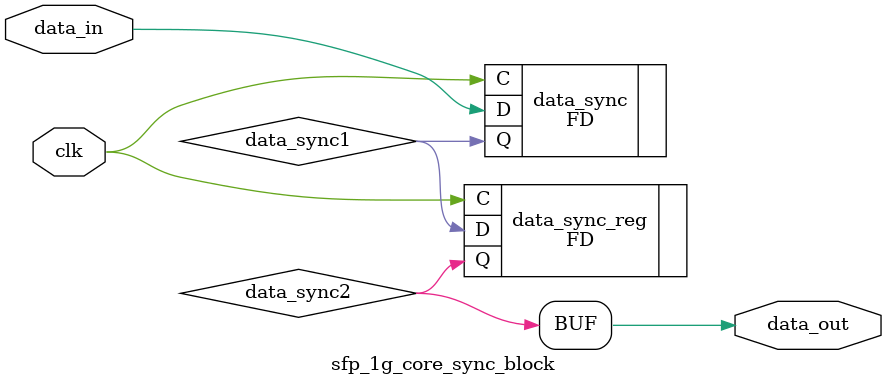
<source format=v>

`timescale 1ps / 1ps

module sfp_1g_core_sync_block #(
  parameter INITIALISE = 2'b00
)
(
  input        clk,              // clock to be sync'ed to
  input        data_in,          // Data to be 'synced'
  output       data_out          // synced data
);

  // Internal Signals
  wire data_sync1;
  wire data_sync2;


  (* shreg_extract = "no", ASYNC_REG = "TRUE", RLOC = "X0Y0" *)
  FD #(
    .INIT (INITIALISE[0])
  ) data_sync (
    .C  (clk),
    .D  (data_in),
    .Q  (data_sync1)
  );


  (* shreg_extract = "no", RLOC = "X0Y0" *)
  FD #(
   .INIT (INITIALISE[1])
  ) data_sync_reg (
  .C  (clk),
  .D  (data_sync1),
  .Q  (data_sync2)
  );


  assign data_out = data_sync2;


endmodule



</source>
